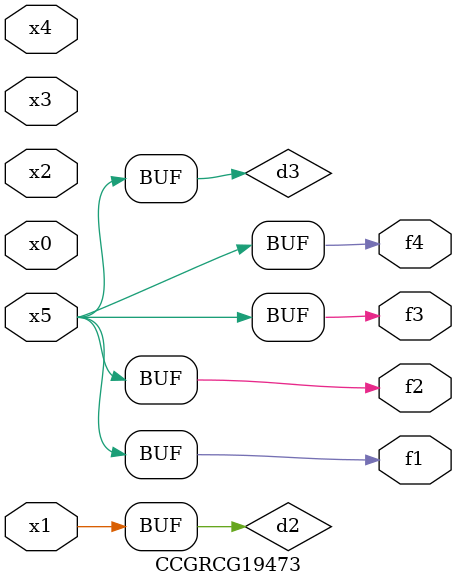
<source format=v>
module CCGRCG19473(
	input x0, x1, x2, x3, x4, x5,
	output f1, f2, f3, f4
);

	wire d1, d2, d3;

	not (d1, x5);
	or (d2, x1);
	xnor (d3, d1);
	assign f1 = d3;
	assign f2 = d3;
	assign f3 = d3;
	assign f4 = d3;
endmodule

</source>
